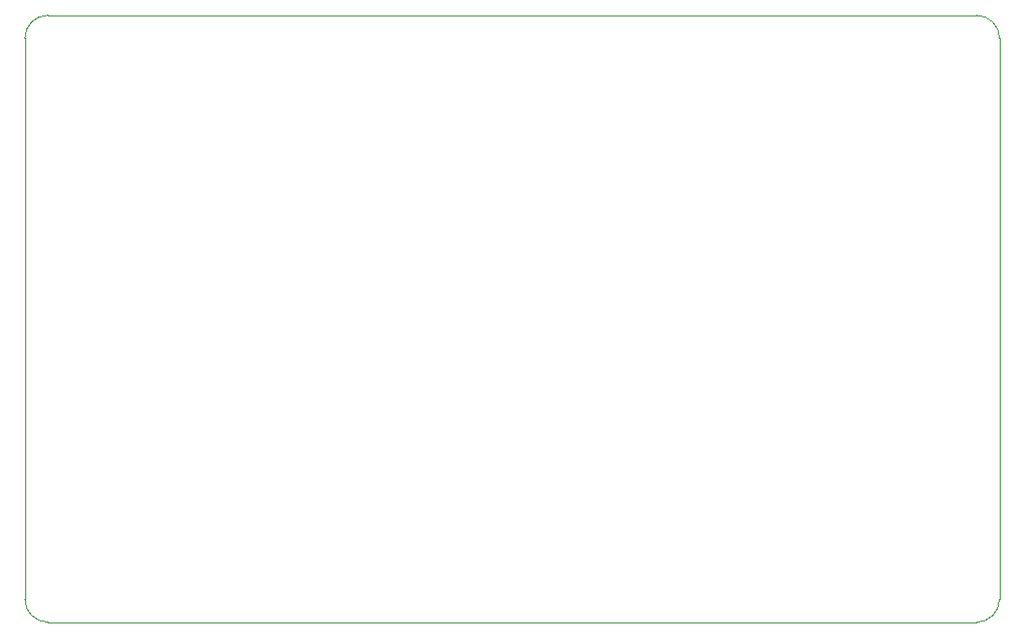
<source format=gbr>
G04 #@! TF.GenerationSoftware,KiCad,Pcbnew,(5.1.4)-1*
G04 #@! TF.CreationDate,2020-04-21T16:32:33+02:00*
G04 #@! TF.ProjectId,Placa_lopy4,506c6163-615f-46c6-9f70-79342e6b6963,rev?*
G04 #@! TF.SameCoordinates,Original*
G04 #@! TF.FileFunction,Profile,NP*
%FSLAX46Y46*%
G04 Gerber Fmt 4.6, Leading zero omitted, Abs format (unit mm)*
G04 Created by KiCad (PCBNEW (5.1.4)-1) date 2020-04-21 16:32:33*
%MOMM*%
%LPD*%
G04 APERTURE LIST*
%ADD10C,0.100000*%
G04 APERTURE END LIST*
D10*
X183000000Y-100000000D02*
G75*
G02X185000000Y-102000000I0J-2000000D01*
G01*
X185000000Y-151000000D02*
G75*
G02X183000000Y-153000000I-2000000J0D01*
G01*
X102000000Y-153000000D02*
G75*
G02X100000000Y-151000000I0J2000000D01*
G01*
X100000000Y-102000000D02*
G75*
G02X102000000Y-100000000I2000000J0D01*
G01*
X100000000Y-102000000D02*
X100000000Y-151000000D01*
X183000000Y-153000000D02*
X102000000Y-153000000D01*
X185000000Y-102000000D02*
X185000000Y-151000000D01*
X102000000Y-100000000D02*
X183000000Y-100000000D01*
M02*

</source>
